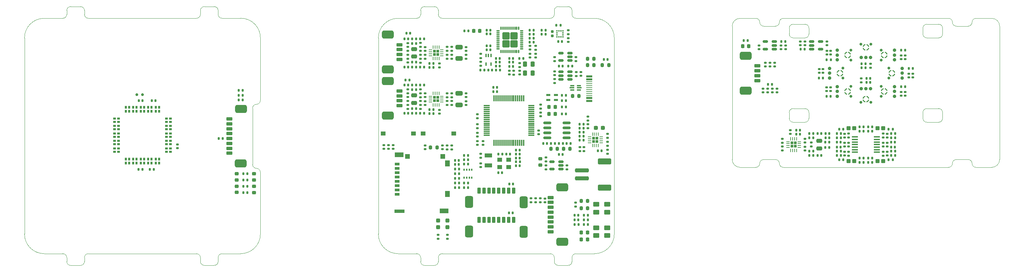
<source format=gtp>
%TF.GenerationSoftware,KiCad,Pcbnew,7.0.2*%
%TF.CreationDate,2023-05-26T09:26:56+02:00*%
%TF.ProjectId,kleinvoet,6b6c6569-6e76-46f6-9574-2e6b69636164,C*%
%TF.SameCoordinates,Original*%
%TF.FileFunction,Paste,Top*%
%TF.FilePolarity,Positive*%
%FSLAX46Y46*%
G04 Gerber Fmt 4.6, Leading zero omitted, Abs format (unit mm)*
G04 Created by KiCad (PCBNEW 7.0.2) date 2023-05-26 09:26:56*
%MOMM*%
%LPD*%
G01*
G04 APERTURE LIST*
G04 Aperture macros list*
%AMRoundRect*
0 Rectangle with rounded corners*
0 $1 Rounding radius*
0 $2 $3 $4 $5 $6 $7 $8 $9 X,Y pos of 4 corners*
0 Add a 4 corners polygon primitive as box body*
4,1,4,$2,$3,$4,$5,$6,$7,$8,$9,$2,$3,0*
0 Add four circle primitives for the rounded corners*
1,1,$1+$1,$2,$3*
1,1,$1+$1,$4,$5*
1,1,$1+$1,$6,$7*
1,1,$1+$1,$8,$9*
0 Add four rect primitives between the rounded corners*
20,1,$1+$1,$2,$3,$4,$5,0*
20,1,$1+$1,$4,$5,$6,$7,0*
20,1,$1+$1,$6,$7,$8,$9,0*
20,1,$1+$1,$8,$9,$2,$3,0*%
G04 Aperture macros list end*
%ADD10C,0.230000*%
%ADD11RoundRect,0.140000X-0.140000X-0.170000X0.140000X-0.170000X0.140000X0.170000X-0.140000X0.170000X0*%
%ADD12RoundRect,0.140000X0.140000X0.170000X-0.140000X0.170000X-0.140000X-0.170000X0.140000X-0.170000X0*%
%ADD13RoundRect,0.135000X0.135000X0.185000X-0.135000X0.185000X-0.135000X-0.185000X0.135000X-0.185000X0*%
%ADD14RoundRect,0.218750X0.218750X0.256250X-0.218750X0.256250X-0.218750X-0.256250X0.218750X-0.256250X0*%
%ADD15RoundRect,0.135000X-0.135000X-0.185000X0.135000X-0.185000X0.135000X0.185000X-0.135000X0.185000X0*%
%ADD16R,1.300000X1.100000*%
%ADD17R,1.250000X1.000000*%
%ADD18RoundRect,0.200000X-0.200000X-0.275000X0.200000X-0.275000X0.200000X0.275000X-0.200000X0.275000X0*%
%ADD19RoundRect,0.140000X0.170000X-0.140000X0.170000X0.140000X-0.170000X0.140000X-0.170000X-0.140000X0*%
%ADD20RoundRect,0.140000X-0.170000X0.140000X-0.170000X-0.140000X0.170000X-0.140000X0.170000X0.140000X0*%
%ADD21R,1.900000X1.100000*%
%ADD22RoundRect,0.135000X-0.185000X0.135000X-0.185000X-0.135000X0.185000X-0.135000X0.185000X0.135000X0*%
%ADD23RoundRect,0.150000X0.512500X0.150000X-0.512500X0.150000X-0.512500X-0.150000X0.512500X-0.150000X0*%
%ADD24RoundRect,0.237500X-0.287500X-0.237500X0.287500X-0.237500X0.287500X0.237500X-0.287500X0.237500X0*%
%ADD25RoundRect,0.250000X1.500000X-0.250000X1.500000X0.250000X-1.500000X0.250000X-1.500000X-0.250000X0*%
%ADD26RoundRect,0.250001X1.449999X-0.499999X1.449999X0.499999X-1.449999X0.499999X-1.449999X-0.499999X0*%
%ADD27R,1.000000X0.375000*%
%ADD28R,1.200000X0.300000*%
%ADD29RoundRect,0.218750X-0.218750X-0.256250X0.218750X-0.256250X0.218750X0.256250X-0.218750X0.256250X0*%
%ADD30RoundRect,0.182500X-0.182500X-0.182500X0.182500X-0.182500X0.182500X0.182500X-0.182500X0.182500X0*%
%ADD31RoundRect,0.062500X-0.350000X-0.062500X0.350000X-0.062500X0.350000X0.062500X-0.350000X0.062500X0*%
%ADD32RoundRect,0.062500X-0.062500X-0.350000X0.062500X-0.350000X0.062500X0.350000X-0.062500X0.350000X0*%
%ADD33RoundRect,0.250000X-0.475000X0.250000X-0.475000X-0.250000X0.475000X-0.250000X0.475000X0.250000X0*%
%ADD34RoundRect,0.250000X0.650000X-0.325000X0.650000X0.325000X-0.650000X0.325000X-0.650000X-0.325000X0*%
%ADD35RoundRect,0.237500X-0.237500X0.287500X-0.237500X-0.287500X0.237500X-0.287500X0.237500X0.287500X0*%
%ADD36RoundRect,0.135000X0.185000X-0.135000X0.185000X0.135000X-0.185000X0.135000X-0.185000X-0.135000X0*%
%ADD37RoundRect,0.275000X0.275000X-0.375000X0.275000X0.375000X-0.275000X0.375000X-0.275000X-0.375000X0*%
%ADD38RoundRect,0.275000X-0.275000X0.375000X-0.275000X-0.375000X0.275000X-0.375000X0.275000X0.375000X0*%
%ADD39RoundRect,0.075000X0.075000X-0.700000X0.075000X0.700000X-0.075000X0.700000X-0.075000X-0.700000X0*%
%ADD40RoundRect,0.075000X0.700000X-0.075000X0.700000X0.075000X-0.700000X0.075000X-0.700000X-0.075000X0*%
%ADD41RoundRect,0.075000X0.075000X-0.325000X0.075000X0.325000X-0.075000X0.325000X-0.075000X-0.325000X0*%
%ADD42RoundRect,0.075000X-0.075000X0.325000X-0.075000X-0.325000X0.075000X-0.325000X0.075000X0.325000X0*%
%ADD43RoundRect,0.075000X0.325000X0.075000X-0.325000X0.075000X-0.325000X-0.075000X0.325000X-0.075000X0*%
%ADD44RoundRect,0.075000X-0.325000X-0.075000X0.325000X-0.075000X0.325000X0.075000X-0.325000X0.075000X0*%
%ADD45RoundRect,0.111600X-0.788400X0.788400X-0.788400X-0.788400X0.788400X-0.788400X0.788400X0.788400X0*%
%ADD46RoundRect,0.111600X-0.788400X-0.788400X0.788400X-0.788400X0.788400X0.788400X-0.788400X0.788400X0*%
%ADD47RoundRect,0.111600X0.788400X0.788400X-0.788400X0.788400X-0.788400X-0.788400X0.788400X-0.788400X0*%
%ADD48RoundRect,0.111600X0.788400X-0.788400X0.788400X0.788400X-0.788400X0.788400X-0.788400X-0.788400X0*%
%ADD49R,1.500000X0.520000*%
%ADD50R,1.500000X0.280000*%
%ADD51R,1.500000X0.523000*%
%ADD52RoundRect,0.218750X-0.256250X0.218750X-0.256250X-0.218750X0.256250X-0.218750X0.256250X0.218750X0*%
%ADD53RoundRect,0.525000X-0.975000X0.525000X-0.975000X-0.525000X0.975000X-0.525000X0.975000X0.525000X0*%
%ADD54RoundRect,0.200000X-0.600000X0.200000X-0.600000X-0.200000X0.600000X-0.200000X0.600000X0.200000X0*%
%ADD55RoundRect,0.200000X0.600000X-0.200000X0.600000X0.200000X-0.600000X0.200000X-0.600000X-0.200000X0*%
%ADD56RoundRect,0.147500X0.172500X-0.147500X0.172500X0.147500X-0.172500X0.147500X-0.172500X-0.147500X0*%
%ADD57R,0.350000X0.500000*%
%ADD58RoundRect,0.250000X0.287500X0.275000X-0.287500X0.275000X-0.287500X-0.275000X0.287500X-0.275000X0*%
%ADD59RoundRect,0.150000X-0.150000X-0.200000X0.150000X-0.200000X0.150000X0.200000X-0.150000X0.200000X0*%
%ADD60RoundRect,0.200000X0.200000X0.275000X-0.200000X0.275000X-0.200000X-0.275000X0.200000X-0.275000X0*%
%ADD61C,0.900000*%
%ADD62C,0.700000*%
%ADD63R,0.580000X0.720000*%
%ADD64R,0.720000X0.580000*%
%ADD65RoundRect,0.075000X-0.100000X0.350000X-0.100000X-0.350000X0.100000X-0.350000X0.100000X0.350000X0*%
%ADD66R,1.000000X0.600000*%
%ADD67RoundRect,0.250000X-0.287500X-0.275000X0.287500X-0.275000X0.287500X0.275000X-0.287500X0.275000X0*%
%ADD68RoundRect,0.147500X-0.172500X0.147500X-0.172500X-0.147500X0.172500X-0.147500X0.172500X0.147500X0*%
%ADD69RoundRect,0.155000X0.155000X-0.212500X0.155000X0.212500X-0.155000X0.212500X-0.155000X-0.212500X0*%
%ADD70RoundRect,0.147500X0.147500X0.172500X-0.147500X0.172500X-0.147500X-0.172500X0.147500X-0.172500X0*%
%ADD71RoundRect,0.147500X-0.147500X-0.172500X0.147500X-0.172500X0.147500X0.172500X-0.147500X0.172500X0*%
%ADD72RoundRect,0.182500X0.182500X0.182500X-0.182500X0.182500X-0.182500X-0.182500X0.182500X-0.182500X0*%
%ADD73RoundRect,0.062500X0.350000X0.062500X-0.350000X0.062500X-0.350000X-0.062500X0.350000X-0.062500X0*%
%ADD74RoundRect,0.062500X0.062500X0.350000X-0.062500X0.350000X-0.062500X-0.350000X0.062500X-0.350000X0*%
%ADD75RoundRect,0.150000X-0.512500X-0.150000X0.512500X-0.150000X0.512500X0.150000X-0.512500X0.150000X0*%
%ADD76RoundRect,0.525000X0.975000X-0.525000X0.975000X0.525000X-0.975000X0.525000X-0.975000X-0.525000X0*%
%ADD77RoundRect,0.300000X0.500000X-0.300000X0.500000X0.300000X-0.500000X0.300000X-0.500000X-0.300000X0*%
%ADD78RoundRect,0.525000X-0.525000X-0.975000X0.525000X-0.975000X0.525000X0.975000X-0.525000X0.975000X0*%
%ADD79RoundRect,0.200000X-0.200000X-0.600000X0.200000X-0.600000X0.200000X0.600000X-0.200000X0.600000X0*%
%ADD80RoundRect,0.200000X0.200000X0.600000X-0.200000X0.600000X-0.200000X-0.600000X0.200000X-0.600000X0*%
%ADD81RoundRect,0.150000X0.825000X0.150000X-0.825000X0.150000X-0.825000X-0.150000X0.825000X-0.150000X0*%
%ADD82RoundRect,0.087500X0.712500X-0.087500X0.712500X0.087500X-0.712500X0.087500X-0.712500X-0.087500X0*%
%ADD83RoundRect,0.182500X0.182500X-0.182500X0.182500X0.182500X-0.182500X0.182500X-0.182500X-0.182500X0*%
%ADD84RoundRect,0.062500X0.062500X-0.350000X0.062500X0.350000X-0.062500X0.350000X-0.062500X-0.350000X0*%
%ADD85RoundRect,0.062500X0.350000X-0.062500X0.350000X0.062500X-0.350000X0.062500X-0.350000X-0.062500X0*%
%ADD86R,0.350000X0.375000*%
%ADD87R,0.375000X0.350000*%
%ADD88R,1.250000X0.800000*%
%ADD89R,1.250000X1.160000*%
%ADD90R,2.500000X0.950000*%
%ADD91R,2.200000X1.150000*%
%ADD92R,1.150000X1.500000*%
%TA.AperFunction,Profile*%
%ADD93C,0.050000*%
%TD*%
G04 APERTURE END LIST*
D10*
%TO.C,MK1404*%
X237314175Y-39644166D02*
G75*
G03*
X237765000Y-40094991I690408J239583D01*
G01*
X238244164Y-40094991D02*
G75*
G03*
X238694989Y-39644166I-239583J690408D01*
G01*
X237765000Y-38714175D02*
G75*
G03*
X237314175Y-39165000I239583J-690408D01*
G01*
X238694989Y-39165002D02*
G75*
G03*
X238244164Y-38714177I-690408J-239583D01*
G01*
%TO.C,MK1402*%
X244844166Y-46685825D02*
G75*
G03*
X245294991Y-46235000I-239583J690408D01*
G01*
X245294991Y-45755836D02*
G75*
G03*
X244844166Y-45305011I-690408J-239583D01*
G01*
X243914175Y-46235000D02*
G75*
G03*
X244365000Y-46685825I690408J239583D01*
G01*
X244365002Y-45305011D02*
G75*
G03*
X243914177Y-45755836I239583J-690408D01*
G01*
%TO.C,MK1401*%
X231155834Y-45314175D02*
G75*
G03*
X230705009Y-45765000I239583J-690408D01*
G01*
X230705009Y-46244164D02*
G75*
G03*
X231155834Y-46694989I690408J239583D01*
G01*
X232085825Y-45765000D02*
G75*
G03*
X231635000Y-45314175I-690408J-239583D01*
G01*
X231634998Y-46694989D02*
G75*
G03*
X232085823Y-46244164I-239583J690408D01*
G01*
%TO.C,MK1403*%
X238685825Y-52355834D02*
G75*
G03*
X238235000Y-51905009I-690408J-239583D01*
G01*
X237755836Y-51905009D02*
G75*
G03*
X237305011Y-52355834I239583J-690408D01*
G01*
X238235000Y-53285825D02*
G75*
G03*
X238685825Y-52835000I-239583J690408D01*
G01*
X237305011Y-52834998D02*
G75*
G03*
X237755836Y-53285823I690408J239583D01*
G01*
%TO.C,MK1405*%
X233105834Y-49964175D02*
G75*
G03*
X232655009Y-50415000I239583J-690408D01*
G01*
X232655009Y-50894164D02*
G75*
G03*
X233105834Y-51344989I690408J239583D01*
G01*
X234035825Y-50415000D02*
G75*
G03*
X233585000Y-49964175I-690408J-239583D01*
G01*
X233584998Y-51344989D02*
G75*
G03*
X234035823Y-50894164I-239583J690408D01*
G01*
%TO.C,MK1407*%
X233105834Y-40664175D02*
G75*
G03*
X232655009Y-41115000I239583J-690408D01*
G01*
X232655009Y-41594164D02*
G75*
G03*
X233105834Y-42044989I690408J239583D01*
G01*
X234035825Y-41115000D02*
G75*
G03*
X233585000Y-40664175I-690408J-239583D01*
G01*
X233584998Y-42044989D02*
G75*
G03*
X234035823Y-41594164I-239583J690408D01*
G01*
%TO.C,MK1406*%
X242894166Y-42035825D02*
G75*
G03*
X243344991Y-41585000I-239583J690408D01*
G01*
X243344991Y-41105836D02*
G75*
G03*
X242894166Y-40655011I-690408J-239583D01*
G01*
X241964175Y-41585000D02*
G75*
G03*
X242415000Y-42035825I690408J239583D01*
G01*
X242415002Y-40655011D02*
G75*
G03*
X241964177Y-41105836I239583J-690408D01*
G01*
%TO.C,MK1408*%
X242894166Y-51335825D02*
G75*
G03*
X243344991Y-50885000I-239583J690408D01*
G01*
X243344991Y-50405836D02*
G75*
G03*
X242894166Y-49955011I-690408J-239583D01*
G01*
X241964175Y-50885000D02*
G75*
G03*
X242415000Y-51335825I690408J239583D01*
G01*
X242415002Y-49955011D02*
G75*
G03*
X241964177Y-50405836I239583J-690408D01*
G01*
%TD*%
D11*
%TO.C,C502*%
X120620000Y-44400000D03*
X121580000Y-44400000D03*
%TD*%
D12*
%TO.C,C501*%
X121580000Y-37200000D03*
X120620000Y-37200000D03*
%TD*%
D11*
%TO.C,C903*%
X169820000Y-65800000D03*
X170780000Y-65800000D03*
%TD*%
D12*
%TO.C,C904*%
X166180000Y-59000000D03*
X165220000Y-59000000D03*
%TD*%
D13*
%TO.C,R905*%
X167317800Y-84600000D03*
X166297800Y-84600000D03*
%TD*%
D14*
%TO.C,D901*%
X167195300Y-86600000D03*
X165620300Y-86600000D03*
%TD*%
%TO.C,D902*%
X167195300Y-88400000D03*
X165620300Y-88400000D03*
%TD*%
D15*
%TO.C,R908*%
X163897800Y-84600000D03*
X164917800Y-84600000D03*
%TD*%
D16*
%TO.C,Y101*%
X144862400Y-69950000D03*
X147162400Y-69950000D03*
X147162400Y-68050000D03*
X144862400Y-68050000D03*
%TD*%
D17*
%TO.C,SW101*%
X122950000Y-61400000D03*
X115200000Y-61400000D03*
%TD*%
D18*
%TO.C,R209*%
X163375000Y-51800000D03*
X165025000Y-51800000D03*
%TD*%
D19*
%TO.C,CB401*%
X149900000Y-46330000D03*
X149900000Y-45370000D03*
%TD*%
D20*
%TO.C,C101*%
X155300000Y-56020000D03*
X155300000Y-56980000D03*
%TD*%
%TO.C,C103*%
X139200000Y-63320000D03*
X139200000Y-64280000D03*
%TD*%
D12*
%TO.C,C104*%
X147480000Y-66600000D03*
X146520000Y-66600000D03*
%TD*%
D19*
%TO.C,C105*%
X140012400Y-69930000D03*
X140012400Y-68970000D03*
%TD*%
D20*
%TO.C,C106*%
X140012400Y-66570000D03*
X140012400Y-67530000D03*
%TD*%
D11*
%TO.C,C403*%
X147320000Y-43200000D03*
X148280000Y-43200000D03*
%TD*%
D19*
%TO.C,CB102*%
X125900000Y-65380000D03*
X125900000Y-64420000D03*
%TD*%
D20*
%TO.C,CB101*%
X155300000Y-54020000D03*
X155300000Y-54980000D03*
%TD*%
D19*
%TO.C,CB103*%
X139212400Y-62130000D03*
X139212400Y-61170000D03*
%TD*%
D20*
%TO.C,CB104*%
X154800000Y-60570000D03*
X154800000Y-61530000D03*
%TD*%
D11*
%TO.C,CB105*%
X143220000Y-50700000D03*
X144180000Y-50700000D03*
%TD*%
D20*
%TO.C,CB106*%
X140600000Y-63320000D03*
X140600000Y-64280000D03*
%TD*%
%TO.C,CB107*%
X130300000Y-64420000D03*
X130300000Y-65380000D03*
%TD*%
D18*
%TO.C,R208*%
X167175000Y-43900000D03*
X168825000Y-43900000D03*
%TD*%
D21*
%TO.C,Y102*%
X142012400Y-69500000D03*
X142012400Y-67000000D03*
%TD*%
D13*
%TO.C,R106*%
X145510000Y-66600000D03*
X144490000Y-66600000D03*
%TD*%
D22*
%TO.C,R101*%
X139212400Y-58990000D03*
X139212400Y-60010000D03*
%TD*%
D17*
%TO.C,SW102*%
X125400000Y-61400000D03*
X133150000Y-61400000D03*
%TD*%
D23*
%TO.C,U903*%
X162737500Y-42750000D03*
X162737500Y-41800000D03*
X162737500Y-40850000D03*
X160462500Y-40850000D03*
X160462500Y-42750000D03*
%TD*%
D24*
%TO.C,F901*%
X169325000Y-59900000D03*
X171075000Y-59900000D03*
%TD*%
D25*
%TO.C,J201*%
X165750000Y-72800000D03*
X165750000Y-70800000D03*
D26*
X171500000Y-75150000D03*
X171500000Y-68450000D03*
%TD*%
D19*
%TO.C,C910*%
X158862500Y-42880000D03*
X158862500Y-41920000D03*
%TD*%
D27*
%TO.C,U201*%
X163325000Y-49162500D03*
D28*
X163250000Y-49700000D03*
D27*
X163325000Y-50237500D03*
X165025000Y-50237500D03*
D28*
X165100000Y-49700000D03*
D27*
X165025000Y-49162500D03*
%TD*%
D29*
%TO.C,D103*%
X157412500Y-54600000D03*
X158987500Y-54600000D03*
%TD*%
D15*
%TO.C,R105*%
X160690000Y-54600000D03*
X161710000Y-54600000D03*
%TD*%
D11*
%TO.C,C102*%
X144532400Y-71400000D03*
X145492400Y-71400000D03*
%TD*%
D30*
%TO.C,U801*%
X128280000Y-52180000D03*
X128280000Y-53020000D03*
X129120000Y-52180000D03*
X129120000Y-53020000D03*
D31*
X127237500Y-51850000D03*
X127237500Y-52350000D03*
X127237500Y-52850000D03*
X127237500Y-53350000D03*
D32*
X127950000Y-54062500D03*
X128450000Y-54062500D03*
X128950000Y-54062500D03*
X129450000Y-54062500D03*
D31*
X130162500Y-53350000D03*
X130162500Y-52850000D03*
X130162500Y-52350000D03*
X130162500Y-51850000D03*
D32*
X129450000Y-51137500D03*
X128950000Y-51137500D03*
X128450000Y-51137500D03*
X127950000Y-51137500D03*
%TD*%
D30*
%TO.C,U701*%
X128280000Y-40380000D03*
X128280000Y-41220000D03*
X129120000Y-40380000D03*
X129120000Y-41220000D03*
D31*
X127237500Y-40050000D03*
X127237500Y-40550000D03*
X127237500Y-41050000D03*
X127237500Y-41550000D03*
D32*
X127950000Y-42262500D03*
X128450000Y-42262500D03*
X128950000Y-42262500D03*
X129450000Y-42262500D03*
D31*
X130162500Y-41550000D03*
X130162500Y-41050000D03*
X130162500Y-40550000D03*
X130162500Y-40050000D03*
D32*
X129450000Y-39337500D03*
X128950000Y-39337500D03*
X128450000Y-39337500D03*
X127950000Y-39337500D03*
%TD*%
D12*
%TO.C,C401*%
X142480000Y-36000000D03*
X141520000Y-36000000D03*
%TD*%
%TO.C,C402*%
X142480000Y-39000000D03*
X141520000Y-39000000D03*
%TD*%
%TO.C,C405*%
X142480000Y-35000000D03*
X141520000Y-35000000D03*
%TD*%
%TO.C,C406*%
X142480000Y-40000000D03*
X141520000Y-40000000D03*
%TD*%
D11*
%TO.C,C407*%
X147320000Y-42200000D03*
X148280000Y-42200000D03*
%TD*%
D12*
%TO.C,C409*%
X144880000Y-43200000D03*
X143920000Y-43200000D03*
%TD*%
%TO.C,C410*%
X144880000Y-42200000D03*
X143920000Y-42200000D03*
%TD*%
D20*
%TO.C,C411*%
X152540000Y-41010000D03*
X152540000Y-41970000D03*
%TD*%
%TO.C,C412*%
X154000000Y-41010000D03*
X154000000Y-41970000D03*
%TD*%
%TO.C,C413*%
X147350000Y-45370000D03*
X147350000Y-46330000D03*
%TD*%
D11*
%TO.C,C414*%
X147320000Y-44300000D03*
X148280000Y-44300000D03*
%TD*%
D12*
%TO.C,C701*%
X123580000Y-44400000D03*
X122620000Y-44400000D03*
%TD*%
%TO.C,C702*%
X123580000Y-37200000D03*
X122620000Y-37200000D03*
%TD*%
D33*
%TO.C,C703*%
X123100000Y-39850000D03*
X123100000Y-41750000D03*
%TD*%
D19*
%TO.C,C706*%
X125900000Y-42280000D03*
X125900000Y-41320000D03*
%TD*%
D20*
%TO.C,C707*%
X125900000Y-39320000D03*
X125900000Y-40280000D03*
%TD*%
D11*
%TO.C,C708*%
X127020000Y-43500000D03*
X127980000Y-43500000D03*
%TD*%
D19*
%TO.C,C709*%
X136300000Y-42280000D03*
X136300000Y-41320000D03*
%TD*%
D34*
%TO.C,C710*%
X134500000Y-42275000D03*
X134500000Y-39325000D03*
%TD*%
D19*
%TO.C,C711*%
X136300000Y-40280000D03*
X136300000Y-39320000D03*
%TD*%
D12*
%TO.C,C801*%
X123580000Y-56200000D03*
X122620000Y-56200000D03*
%TD*%
%TO.C,C802*%
X123580000Y-49000000D03*
X122620000Y-49000000D03*
%TD*%
D33*
%TO.C,C803*%
X123100000Y-51650000D03*
X123100000Y-53550000D03*
%TD*%
D19*
%TO.C,C806*%
X125900000Y-54080000D03*
X125900000Y-53120000D03*
%TD*%
D20*
%TO.C,C807*%
X125900000Y-51120000D03*
X125900000Y-52080000D03*
%TD*%
D11*
%TO.C,C808*%
X127020000Y-55300000D03*
X127980000Y-55300000D03*
%TD*%
D19*
%TO.C,C809*%
X136300000Y-54080000D03*
X136300000Y-53120000D03*
%TD*%
D34*
%TO.C,C810*%
X134500000Y-54075000D03*
X134500000Y-51125000D03*
%TD*%
D19*
%TO.C,C811*%
X136300000Y-52080000D03*
X136300000Y-51120000D03*
%TD*%
D35*
%TO.C,D101*%
X131600000Y-83525000D03*
X131600000Y-85275000D03*
%TD*%
%TO.C,D102*%
X129200000Y-83525000D03*
X129200000Y-85275000D03*
%TD*%
D29*
%TO.C,D104*%
X157412500Y-56400000D03*
X158987500Y-56400000D03*
%TD*%
D36*
%TO.C,R102*%
X131600000Y-88225000D03*
X131600000Y-87205000D03*
%TD*%
%TO.C,R103*%
X129200000Y-88225000D03*
X129200000Y-87205000D03*
%TD*%
D15*
%TO.C,R107*%
X160690000Y-56400000D03*
X161710000Y-56400000D03*
%TD*%
D22*
%TO.C,R404*%
X149900000Y-43390000D03*
X149900000Y-44410000D03*
%TD*%
D15*
%TO.C,R407*%
X155490000Y-36050000D03*
X156510000Y-36050000D03*
%TD*%
%TO.C,R408*%
X155490000Y-35050000D03*
X156510000Y-35050000D03*
%TD*%
D36*
%TO.C,R414*%
X148400000Y-46360000D03*
X148400000Y-45340000D03*
%TD*%
D13*
%TO.C,R701*%
X123610000Y-43200000D03*
X122590000Y-43200000D03*
%TD*%
%TO.C,R702*%
X123610000Y-38400000D03*
X122590000Y-38400000D03*
%TD*%
D22*
%TO.C,R703*%
X124700000Y-42290000D03*
X124700000Y-43310000D03*
%TD*%
D36*
%TO.C,R704*%
X124700000Y-39310000D03*
X124700000Y-38290000D03*
%TD*%
D13*
%TO.C,R705*%
X125610000Y-44400000D03*
X124590000Y-44400000D03*
%TD*%
%TO.C,R706*%
X125610000Y-37200000D03*
X124590000Y-37200000D03*
%TD*%
D22*
%TO.C,R709*%
X132700000Y-41290000D03*
X132700000Y-42310000D03*
%TD*%
D36*
%TO.C,R710*%
X132700000Y-40310000D03*
X132700000Y-39290000D03*
%TD*%
D13*
%TO.C,R801*%
X123610000Y-55000000D03*
X122590000Y-55000000D03*
%TD*%
%TO.C,R802*%
X123610000Y-50200000D03*
X122590000Y-50200000D03*
%TD*%
D22*
%TO.C,R803*%
X124700000Y-54090000D03*
X124700000Y-55110000D03*
%TD*%
D36*
%TO.C,R804*%
X124700000Y-51110000D03*
X124700000Y-50090000D03*
%TD*%
D13*
%TO.C,R805*%
X125610000Y-56200000D03*
X124590000Y-56200000D03*
%TD*%
%TO.C,R806*%
X125610000Y-49000000D03*
X124590000Y-49000000D03*
%TD*%
D22*
%TO.C,R809*%
X132700000Y-53090000D03*
X132700000Y-54110000D03*
%TD*%
D36*
%TO.C,R810*%
X132700000Y-52110000D03*
X132700000Y-51090000D03*
%TD*%
D37*
%TO.C,X401*%
X153200000Y-46000000D03*
X153200000Y-43700000D03*
D38*
X151300000Y-43700000D03*
X151300000Y-46000000D03*
%TD*%
D20*
%TO.C,C408*%
X152550000Y-39020000D03*
X152550000Y-39980000D03*
%TD*%
D39*
%TO.C,U101*%
X143450000Y-63717200D03*
X143950000Y-63717200D03*
X144450000Y-63717200D03*
X144950000Y-63717200D03*
X145450000Y-63717200D03*
X145950000Y-63717200D03*
X146450000Y-63717200D03*
X146950000Y-63717200D03*
X147450000Y-63717200D03*
X147950000Y-63717200D03*
X148450000Y-63717200D03*
X148950000Y-63717200D03*
X149450000Y-63717200D03*
X149950000Y-63717200D03*
X150450000Y-63717200D03*
X150950000Y-63717200D03*
D40*
X152875000Y-61792200D03*
X152875000Y-61292200D03*
X152875000Y-60792200D03*
X152875000Y-60292200D03*
X152875000Y-59792200D03*
X152875000Y-59292200D03*
X152875000Y-58792200D03*
X152875000Y-58292200D03*
X152875000Y-57792200D03*
X152875000Y-57292200D03*
X152875000Y-56792200D03*
X152875000Y-56292200D03*
X152875000Y-55792200D03*
X152875000Y-55292200D03*
X152875000Y-54792200D03*
X152875000Y-54292200D03*
D39*
X150950000Y-52367200D03*
X150450000Y-52367200D03*
X149950000Y-52367200D03*
X149450000Y-52367200D03*
X148950000Y-52367200D03*
X148450000Y-52367200D03*
X147950000Y-52367200D03*
X147450000Y-52367200D03*
X146950000Y-52367200D03*
X146450000Y-52367200D03*
X145950000Y-52367200D03*
X145450000Y-52367200D03*
X144950000Y-52367200D03*
X144450000Y-52367200D03*
X143950000Y-52367200D03*
X143450000Y-52367200D03*
D40*
X141525000Y-54292200D03*
X141525000Y-54792200D03*
X141525000Y-55292200D03*
X141525000Y-55792200D03*
X141525000Y-56292200D03*
X141525000Y-56792200D03*
X141525000Y-57292200D03*
X141525000Y-57792200D03*
X141525000Y-58292200D03*
X141525000Y-58792200D03*
X141525000Y-59292200D03*
X141525000Y-59792200D03*
X141525000Y-60292200D03*
X141525000Y-60792200D03*
X141525000Y-61292200D03*
X141525000Y-61792200D03*
%TD*%
D15*
%TO.C,R205*%
X133490000Y-70400000D03*
X134510000Y-70400000D03*
%TD*%
D41*
%TO.C,U401*%
X145215000Y-40500000D03*
X145715000Y-40500000D03*
X146215000Y-40500000D03*
X146715000Y-40500000D03*
X147215000Y-40500000D03*
D42*
X147715000Y-40500000D03*
X148215000Y-40500000D03*
X148715000Y-40500000D03*
X149215000Y-40500000D03*
X149715000Y-40500000D03*
D43*
X150465000Y-39750000D03*
X150465000Y-39250000D03*
X150465000Y-38750000D03*
X150465000Y-38250000D03*
X150465000Y-37750000D03*
D44*
X150465000Y-37250000D03*
X150465000Y-36750000D03*
X150465000Y-36250000D03*
X150465000Y-35750000D03*
X150465000Y-35250000D03*
D42*
X149715000Y-34500000D03*
X149215000Y-34500000D03*
X148715000Y-34500000D03*
X148215000Y-34500000D03*
X147715000Y-34500000D03*
D41*
X147215000Y-34500000D03*
X146715000Y-34500000D03*
X146215000Y-34500000D03*
X145715000Y-34500000D03*
X145215000Y-34500000D03*
D44*
X144465000Y-35250000D03*
X144465000Y-35750000D03*
X144465000Y-36250000D03*
X144465000Y-36750000D03*
X144465000Y-37250000D03*
D43*
X144465000Y-37750000D03*
X144465000Y-38250000D03*
X144465000Y-38750000D03*
X144465000Y-39250000D03*
X144465000Y-39750000D03*
D45*
X146465000Y-38500000D03*
D46*
X148465000Y-38500000D03*
D47*
X146465000Y-36500000D03*
D48*
X148465000Y-36500000D03*
%TD*%
D49*
%TO.C,J206*%
X167650000Y-53050000D03*
X167650000Y-52300000D03*
D50*
X167650000Y-51700000D03*
X167650000Y-50200000D03*
X167650000Y-49200000D03*
X167650000Y-48200000D03*
D49*
X167650000Y-47600000D03*
D51*
X167650000Y-46850000D03*
D49*
X167650000Y-46850000D03*
X167650000Y-47600000D03*
D50*
X167650000Y-48700000D03*
X167650000Y-49700000D03*
X167650000Y-50700000D03*
X167650000Y-51200000D03*
D49*
X167650000Y-52300000D03*
X167650000Y-53050000D03*
%TD*%
D52*
%TO.C,D304*%
X82400000Y-71625000D03*
X82400000Y-73200000D03*
%TD*%
D12*
%TO.C,C305*%
X54000000Y-52950000D03*
X53040000Y-52950000D03*
%TD*%
D13*
%TO.C,R305*%
X80710000Y-71600000D03*
X79690000Y-71600000D03*
%TD*%
D11*
%TO.C,C303*%
X56370000Y-52950000D03*
X57330000Y-52950000D03*
%TD*%
D52*
%TO.C,D305*%
X78000000Y-71612500D03*
X78000000Y-73187500D03*
%TD*%
D20*
%TO.C,C304*%
X62900000Y-64145000D03*
X62900000Y-65105000D03*
%TD*%
D15*
%TO.C,R304*%
X79690000Y-73200000D03*
X80710000Y-73200000D03*
%TD*%
D53*
%TO.C,J601*%
X116450000Y-47975000D03*
X116400000Y-56825000D03*
D54*
X119400000Y-54275000D03*
D55*
X119400000Y-53025000D03*
X119400000Y-51775000D03*
X119400000Y-50525000D03*
%TD*%
D20*
%TO.C,C804*%
X124700000Y-52120000D03*
X124700000Y-53080000D03*
%TD*%
%TO.C,CB1403*%
X228050000Y-40270000D03*
X228050000Y-41230000D03*
%TD*%
D13*
%TO.C,R1402*%
X136810000Y-67000000D03*
X135790000Y-67000000D03*
%TD*%
%TO.C,R1628*%
X237390000Y-67600000D03*
X236370000Y-67600000D03*
%TD*%
D22*
%TO.C,R1607*%
X216700000Y-62690000D03*
X216700000Y-63710000D03*
%TD*%
D15*
%TO.C,R1605*%
X223590000Y-61400000D03*
X224610000Y-61400000D03*
%TD*%
D22*
%TO.C,R1514*%
X242400000Y-65990000D03*
X242400000Y-67010000D03*
%TD*%
D13*
%TO.C,R409*%
X153510000Y-37050000D03*
X152490000Y-37050000D03*
%TD*%
D19*
%TO.C,CB1404*%
X248900000Y-47080000D03*
X248900000Y-46120000D03*
%TD*%
D18*
%TO.C,R206*%
X127275000Y-64900000D03*
X128925000Y-64900000D03*
%TD*%
D13*
%TO.C,R303*%
X80710000Y-76400000D03*
X79690000Y-76400000D03*
%TD*%
D56*
%TO.C,FB102*%
X154000000Y-78885000D03*
X154000000Y-77915000D03*
%TD*%
D19*
%TO.C,C1505*%
X249900000Y-47080000D03*
X249900000Y-46120000D03*
%TD*%
D12*
%TO.C,CB903*%
X164880000Y-83400000D03*
X163920000Y-83400000D03*
%TD*%
D15*
%TO.C,R201*%
X133490000Y-75200000D03*
X134510000Y-75200000D03*
%TD*%
D11*
%TO.C,CB1607*%
X230620000Y-64800000D03*
X231580000Y-64800000D03*
%TD*%
D20*
%TO.C,C306*%
X156400000Y-77940000D03*
X156400000Y-78900000D03*
%TD*%
D11*
%TO.C,CB907*%
X159920000Y-66700000D03*
X160880000Y-66700000D03*
%TD*%
D57*
%TO.C,U1401*%
X135825000Y-70575000D03*
X136475000Y-70575000D03*
X137125000Y-70575000D03*
X137775000Y-70575000D03*
X137775000Y-72625000D03*
X137125000Y-72625000D03*
X136475000Y-72625000D03*
X135825000Y-72625000D03*
%TD*%
D58*
%TO.C,C1608*%
X242412500Y-68400000D03*
X240987500Y-68400000D03*
%TD*%
D36*
%TO.C,R207*%
X139200000Y-57510000D03*
X139200000Y-56490000D03*
%TD*%
D15*
%TO.C,R204*%
X133490000Y-71600000D03*
X134510000Y-71600000D03*
%TD*%
D12*
%TO.C,C1606*%
X226680000Y-61400000D03*
X225720000Y-61400000D03*
%TD*%
D11*
%TO.C,CB1408*%
X236920000Y-43600000D03*
X237880000Y-43600000D03*
%TD*%
D20*
%TO.C,CB1401*%
X229000000Y-49570000D03*
X229000000Y-50530000D03*
%TD*%
D15*
%TO.C,R1618*%
X244390000Y-67000000D03*
X245410000Y-67000000D03*
%TD*%
D22*
%TO.C,C1602*%
X224100000Y-63690000D03*
X224100000Y-64710000D03*
%TD*%
D12*
%TO.C,CB904*%
X164880000Y-82200000D03*
X163920000Y-82200000D03*
%TD*%
D19*
%TO.C,C909*%
X156600000Y-70480000D03*
X156600000Y-69520000D03*
%TD*%
D11*
%TO.C,C404*%
X141970000Y-45200000D03*
X142930000Y-45200000D03*
%TD*%
D36*
%TO.C,R402*%
X140000000Y-44110000D03*
X140000000Y-43090000D03*
%TD*%
D59*
%TO.C,D301*%
X54000000Y-51450000D03*
X52600000Y-51450000D03*
%TD*%
D19*
%TO.C,C202*%
X115400000Y-65280000D03*
X115400000Y-64320000D03*
%TD*%
%TO.C,C1503*%
X247950000Y-42430000D03*
X247950000Y-41470000D03*
%TD*%
D20*
%TO.C,CB1201*%
X162300000Y-37070000D03*
X162300000Y-38030000D03*
%TD*%
D12*
%TO.C,CB201*%
X134480000Y-68200000D03*
X133520000Y-68200000D03*
%TD*%
D60*
%TO.C,R916*%
X159525000Y-65300000D03*
X157875000Y-65300000D03*
%TD*%
D36*
%TO.C,R912*%
X172300000Y-62510000D03*
X172300000Y-61490000D03*
%TD*%
D13*
%TO.C,R906*%
X166210000Y-63100000D03*
X165190000Y-63100000D03*
%TD*%
D22*
%TO.C,R1609*%
X239200000Y-43590000D03*
X239200000Y-44610000D03*
%TD*%
D15*
%TO.C,R202*%
X133490000Y-74000000D03*
X134510000Y-74000000D03*
%TD*%
D12*
%TO.C,CB1202*%
X160680000Y-37950000D03*
X159720000Y-37950000D03*
%TD*%
D11*
%TO.C,C415*%
X143920000Y-44200000D03*
X144880000Y-44200000D03*
%TD*%
D15*
%TO.C,R1635*%
X231190000Y-60300000D03*
X232210000Y-60300000D03*
%TD*%
D19*
%TO.C,CB1406*%
X246950000Y-51730000D03*
X246950000Y-50770000D03*
%TD*%
D61*
%TO.C,MK1404*%
X239200000Y-42020000D03*
D62*
X239270000Y-38610000D03*
X236730000Y-38610000D03*
D61*
X236800000Y-42020000D03*
X238000000Y-42020000D03*
%TD*%
D15*
%TO.C,R921*%
X162290000Y-44200000D03*
X163310000Y-44200000D03*
%TD*%
D56*
%TO.C,FB101*%
X152800000Y-78885000D03*
X152800000Y-77915000D03*
%TD*%
D63*
%TO.C,U301*%
X58225000Y-54665000D03*
X57375000Y-54665000D03*
X56325000Y-54665000D03*
X55475000Y-54665000D03*
X54425000Y-54665000D03*
X53575000Y-54665000D03*
X52525000Y-54665000D03*
X51675000Y-54665000D03*
X50625000Y-54665000D03*
X49775000Y-54665000D03*
X58225000Y-55665000D03*
X57375000Y-55665000D03*
X56325000Y-55665000D03*
X55475000Y-55665000D03*
X54425000Y-55665000D03*
X53575000Y-55665000D03*
X52525000Y-55665000D03*
X51675000Y-55665000D03*
X50625000Y-55665000D03*
X49775000Y-55665000D03*
D64*
X61100000Y-57540000D03*
X60100000Y-57540000D03*
X47900000Y-57540000D03*
X46900000Y-57540000D03*
X61100000Y-58390000D03*
X60100000Y-58390000D03*
X47900000Y-58390000D03*
X46900000Y-58390000D03*
X61100000Y-59440000D03*
X60100000Y-59440000D03*
X47900000Y-59440000D03*
X46900000Y-59440000D03*
X61100000Y-60290000D03*
X60100000Y-60290000D03*
X47900000Y-60290000D03*
X46900000Y-60290000D03*
X61100000Y-61340000D03*
X60100000Y-61340000D03*
X47900000Y-61340000D03*
X46900000Y-61340000D03*
X61100000Y-62190000D03*
X60100000Y-62190000D03*
X47900000Y-62190000D03*
X46900000Y-62190000D03*
X61100000Y-63240000D03*
X60100000Y-63240000D03*
X47900000Y-63240000D03*
X46900000Y-63240000D03*
X61100000Y-64090000D03*
X60100000Y-64090000D03*
X47900000Y-64090000D03*
X46900000Y-64090000D03*
X61100000Y-65140000D03*
X60100000Y-65140000D03*
X47900000Y-65140000D03*
X46900000Y-65140000D03*
X61100000Y-65990000D03*
X60100000Y-65990000D03*
X47900000Y-65990000D03*
X46900000Y-65990000D03*
D63*
X58225000Y-67865000D03*
X57375000Y-67865000D03*
X56325000Y-67865000D03*
X55475000Y-67865000D03*
X54425000Y-67865000D03*
X53575000Y-67865000D03*
X52525000Y-67865000D03*
X51675000Y-67865000D03*
X50625000Y-67865000D03*
X49775000Y-67865000D03*
X58225000Y-68865000D03*
X57375000Y-68865000D03*
X56325000Y-68865000D03*
X55475000Y-68865000D03*
X54425000Y-68865000D03*
X53575000Y-68865000D03*
X52525000Y-68865000D03*
X51675000Y-68865000D03*
X50625000Y-68865000D03*
X49775000Y-68865000D03*
%TD*%
D65*
%TO.C,U402*%
X142650000Y-41500000D03*
X142000000Y-41500000D03*
X141350000Y-41500000D03*
X141350000Y-43700000D03*
X142650000Y-43700000D03*
%TD*%
D20*
%TO.C,CB1405*%
X227100000Y-44920000D03*
X227100000Y-45880000D03*
%TD*%
D66*
%TO.C,D105*%
X157200000Y-51550000D03*
X157200000Y-52850000D03*
X159200000Y-52850000D03*
X159200000Y-51550000D03*
%TD*%
D15*
%TO.C,R1622*%
X238590000Y-60800000D03*
X239610000Y-60800000D03*
%TD*%
D20*
%TO.C,C704*%
X124700000Y-40320000D03*
X124700000Y-41280000D03*
%TD*%
D11*
%TO.C,CB1409*%
X135820000Y-73975000D03*
X136780000Y-73975000D03*
%TD*%
D19*
%TO.C,CB1602*%
X218780000Y-61480000D03*
X218780000Y-60520000D03*
%TD*%
D11*
%TO.C,CB1301*%
X155920000Y-63900000D03*
X156880000Y-63900000D03*
%TD*%
D13*
%TO.C,R1612*%
X227110000Y-47200000D03*
X226090000Y-47200000D03*
%TD*%
D67*
%TO.C,C1613*%
X233587500Y-68400000D03*
X235012500Y-68400000D03*
%TD*%
D20*
%TO.C,C1006*%
X221300000Y-37920000D03*
X221300000Y-38880000D03*
%TD*%
%TO.C,C1501*%
X226100000Y-44920000D03*
X226100000Y-45880000D03*
%TD*%
D68*
%TO.C,FB201*%
X116600000Y-64315000D03*
X116600000Y-65285000D03*
%TD*%
D11*
%TO.C,CB1606*%
X238600000Y-68700000D03*
X239560000Y-68700000D03*
%TD*%
D69*
%TO.C,C1201*%
X158200000Y-36517500D03*
X158200000Y-35382500D03*
%TD*%
D20*
%TO.C,C1610*%
X243400000Y-61420000D03*
X243400000Y-62380000D03*
%TD*%
D61*
%TO.C,MK1402*%
X247220000Y-44800000D03*
D62*
X243810000Y-44730000D03*
X243810000Y-47270000D03*
D61*
X247220000Y-47200000D03*
X247220000Y-46000000D03*
%TD*%
D11*
%TO.C,C301*%
X78520000Y-52800000D03*
X79480000Y-52800000D03*
%TD*%
D52*
%TO.C,D904*%
X155200000Y-67812500D03*
X155200000Y-69387500D03*
%TD*%
D12*
%TO.C,CB1407*%
X239080000Y-48300000D03*
X238120000Y-48300000D03*
%TD*%
D18*
%TO.C,R913*%
X165582800Y-78600000D03*
X167232800Y-78600000D03*
%TD*%
D15*
%TO.C,R1403*%
X135790000Y-75200000D03*
X136810000Y-75200000D03*
%TD*%
%TO.C,R405*%
X149840000Y-42200000D03*
X150860000Y-42200000D03*
%TD*%
D61*
%TO.C,MK1401*%
X228780000Y-47200000D03*
D62*
X232190000Y-47270000D03*
X232190000Y-44730000D03*
D61*
X228780000Y-44800000D03*
X228780000Y-46000000D03*
%TD*%
D56*
%TO.C,FB501*%
X121500000Y-39285000D03*
X121500000Y-38315000D03*
%TD*%
D18*
%TO.C,R914*%
X165582800Y-80414000D03*
X167232800Y-80414000D03*
%TD*%
D12*
%TO.C,C302*%
X79480000Y-50400000D03*
X78520000Y-50400000D03*
%TD*%
D19*
%TO.C,C1604*%
X222500000Y-65680000D03*
X222500000Y-64720000D03*
%TD*%
D12*
%TO.C,C901*%
X149980000Y-69600000D03*
X149020000Y-69600000D03*
%TD*%
%TO.C,C1605*%
X221260000Y-60500000D03*
X220300000Y-60500000D03*
%TD*%
D70*
%TO.C,FB302*%
X56885000Y-70500000D03*
X55915000Y-70500000D03*
%TD*%
D13*
%TO.C,R411*%
X153510000Y-38050000D03*
X152490000Y-38050000D03*
%TD*%
D22*
%TO.C,R917*%
X172300000Y-63490000D03*
X172300000Y-64510000D03*
%TD*%
D13*
%TO.C,R1613*%
X229010000Y-51850000D03*
X227990000Y-51850000D03*
%TD*%
D71*
%TO.C,FB901*%
X149015000Y-68600000D03*
X149985000Y-68600000D03*
%TD*%
D68*
%TO.C,FB502*%
X121500000Y-42315000D03*
X121500000Y-43285000D03*
%TD*%
D15*
%TO.C,R412*%
X152490000Y-36050000D03*
X153510000Y-36050000D03*
%TD*%
D36*
%TO.C,R1610*%
X236800000Y-48310000D03*
X236800000Y-47290000D03*
%TD*%
D11*
%TO.C,C602*%
X120620000Y-56200000D03*
X121580000Y-56200000D03*
%TD*%
D61*
%TO.C,MK1403*%
X236800000Y-49980000D03*
D62*
X236730000Y-53390000D03*
X239270000Y-53390000D03*
D61*
X239200000Y-49980000D03*
X238000000Y-49980000D03*
%TD*%
D11*
%TO.C,CB1605*%
X238620000Y-59700000D03*
X239580000Y-59700000D03*
%TD*%
D36*
%TO.C,R401*%
X140000000Y-42110000D03*
X140000000Y-41090000D03*
%TD*%
D19*
%TO.C,C905*%
X164262500Y-42880000D03*
X164262500Y-41920000D03*
%TD*%
D20*
%TO.C,C1603*%
X222500000Y-62720000D03*
X222500000Y-63680000D03*
%TD*%
D13*
%TO.C,R1626*%
X231610000Y-65900000D03*
X230590000Y-65900000D03*
%TD*%
D36*
%TO.C,R108*%
X132700000Y-65410000D03*
X132700000Y-64390000D03*
%TD*%
D19*
%TO.C,C1507*%
X247950000Y-51730000D03*
X247950000Y-50770000D03*
%TD*%
D20*
%TO.C,C1005*%
X214800000Y-43320000D03*
X214800000Y-44280000D03*
%TD*%
D14*
%TO.C,D1001*%
X208205000Y-39120000D03*
X206630000Y-39120000D03*
%TD*%
D72*
%TO.C,U1701*%
X220020000Y-64620000D03*
X220020000Y-63780000D03*
X219180000Y-64620000D03*
X219180000Y-63780000D03*
D73*
X221062500Y-64950000D03*
X221062500Y-64450000D03*
X221062500Y-63950000D03*
X221062500Y-63450000D03*
D74*
X220350000Y-62737500D03*
X219850000Y-62737500D03*
X219350000Y-62737500D03*
X218850000Y-62737500D03*
D73*
X218137500Y-63450000D03*
X218137500Y-63950000D03*
X218137500Y-64450000D03*
X218137500Y-64950000D03*
D74*
X218850000Y-65662500D03*
X219350000Y-65662500D03*
X219850000Y-65662500D03*
X220350000Y-65662500D03*
%TD*%
D20*
%TO.C,CB1001*%
X222500000Y-37920000D03*
X222500000Y-38880000D03*
%TD*%
D58*
%TO.C,C1614*%
X242412500Y-60000000D03*
X240987500Y-60000000D03*
%TD*%
D20*
%TO.C,C911*%
X165500000Y-45720000D03*
X165500000Y-46680000D03*
%TD*%
D36*
%TO.C,R707*%
X131500000Y-42310000D03*
X131500000Y-41290000D03*
%TD*%
D33*
%TO.C,C1601*%
X226100000Y-63250000D03*
X226100000Y-65150000D03*
%TD*%
D36*
%TO.C,R807*%
X131500000Y-54110000D03*
X131500000Y-53090000D03*
%TD*%
D15*
%TO.C,R1619*%
X244390000Y-62500000D03*
X245410000Y-62500000D03*
%TD*%
D68*
%TO.C,FB304*%
X155200000Y-77915000D03*
X155200000Y-78885000D03*
%TD*%
D15*
%TO.C,R104*%
X160690000Y-53000000D03*
X161710000Y-53000000D03*
%TD*%
D67*
%TO.C,C1609*%
X233587500Y-60000000D03*
X235012500Y-60000000D03*
%TD*%
D15*
%TO.C,R1602*%
X227690000Y-64900000D03*
X228710000Y-64900000D03*
%TD*%
D36*
%TO.C,R903*%
X167300000Y-58110000D03*
X167300000Y-57090000D03*
%TD*%
D20*
%TO.C,C1102*%
X211800000Y-49920000D03*
X211800000Y-50880000D03*
%TD*%
D13*
%TO.C,R1401*%
X136810000Y-68100000D03*
X135790000Y-68100000D03*
%TD*%
D12*
%TO.C,CB902*%
X149980000Y-65600000D03*
X149020000Y-65600000D03*
%TD*%
D15*
%TO.C,R410*%
X152490000Y-35050000D03*
X153510000Y-35050000D03*
%TD*%
D22*
%TO.C,R1629*%
X233600000Y-65990000D03*
X233600000Y-67010000D03*
%TD*%
D13*
%TO.C,R1631*%
X231610000Y-62500000D03*
X230590000Y-62500000D03*
%TD*%
D75*
%TO.C,U1001*%
X224162500Y-37950000D03*
X224162500Y-38900000D03*
X224162500Y-39850000D03*
X226437500Y-39850000D03*
X226437500Y-37950000D03*
%TD*%
D61*
%TO.C,MK1405*%
X230730000Y-51850000D03*
D62*
X234140000Y-51920000D03*
X234140000Y-49380000D03*
D61*
X230730000Y-49450000D03*
X230730000Y-50650000D03*
%TD*%
D19*
%TO.C,C1101*%
X215400000Y-50880000D03*
X215400000Y-49920000D03*
%TD*%
D15*
%TO.C,R1606*%
X223590000Y-67000000D03*
X224610000Y-67000000D03*
%TD*%
D22*
%TO.C,R501*%
X121500000Y-40290000D03*
X121500000Y-41310000D03*
%TD*%
D71*
%TO.C,FB301*%
X78515000Y-51600000D03*
X79485000Y-51600000D03*
%TD*%
D22*
%TO.C,R808*%
X131500000Y-51090000D03*
X131500000Y-52110000D03*
%TD*%
D19*
%TO.C,C1504*%
X243400000Y-64680000D03*
X243400000Y-63720000D03*
%TD*%
D23*
%TO.C,U1002*%
X214737500Y-39850000D03*
X214737500Y-38900000D03*
X214737500Y-37950000D03*
X212462500Y-37950000D03*
X212462500Y-39850000D03*
%TD*%
D15*
%TO.C,R1611*%
X248890000Y-44800000D03*
X249910000Y-44800000D03*
%TD*%
D13*
%TO.C,R1201*%
X160310000Y-33800000D03*
X159290000Y-33800000D03*
%TD*%
D12*
%TO.C,C712*%
X127980000Y-44500000D03*
X127020000Y-44500000D03*
%TD*%
D71*
%TO.C,FB903*%
X165215000Y-60000000D03*
X166185000Y-60000000D03*
%TD*%
D19*
%TO.C,CB1502*%
X242400000Y-64680000D03*
X242400000Y-63720000D03*
%TD*%
D18*
%TO.C,R210*%
X167175000Y-42300000D03*
X168825000Y-42300000D03*
%TD*%
D13*
%TO.C,R910*%
X167310000Y-83400000D03*
X166290000Y-83400000D03*
%TD*%
D15*
%TO.C,R918*%
X135890000Y-35200000D03*
X136910000Y-35200000D03*
%TD*%
D12*
%TO.C,C1009*%
X228680000Y-61400000D03*
X227720000Y-61400000D03*
%TD*%
D19*
%TO.C,C1502*%
X243400000Y-66980000D03*
X243400000Y-66020000D03*
%TD*%
D12*
%TO.C,C206*%
X148180000Y-81600000D03*
X147220000Y-81600000D03*
%TD*%
%TO.C,C912*%
X160880000Y-44200000D03*
X159920000Y-44200000D03*
%TD*%
D22*
%TO.C,R708*%
X131500000Y-39290000D03*
X131500000Y-40310000D03*
%TD*%
D20*
%TO.C,C1506*%
X229050000Y-40270000D03*
X229050000Y-41230000D03*
%TD*%
D12*
%TO.C,C902*%
X149980000Y-67600000D03*
X149020000Y-67600000D03*
%TD*%
D71*
%TO.C,FB305*%
X73415000Y-62650000D03*
X74385000Y-62650000D03*
%TD*%
D13*
%TO.C,R1623*%
X244810000Y-68100000D03*
X243790000Y-68100000D03*
%TD*%
%TO.C,R1633*%
X237410000Y-60800000D03*
X236390000Y-60800000D03*
%TD*%
D11*
%TO.C,C1401*%
X236920000Y-44600000D03*
X237880000Y-44600000D03*
%TD*%
D75*
%TO.C,U904*%
X160462500Y-45650000D03*
X160462500Y-46600000D03*
X160462500Y-47550000D03*
X162737500Y-47550000D03*
X162737500Y-46600000D03*
X162737500Y-45650000D03*
%TD*%
D76*
%TO.C,J302*%
X79025000Y-68950000D03*
X79075000Y-55100000D03*
D55*
X76075000Y-57650000D03*
X76075000Y-58900000D03*
X76075000Y-60150000D03*
D54*
X76075000Y-61400000D03*
X76075000Y-62650000D03*
X76075000Y-63900000D03*
D55*
X76075000Y-65150000D03*
D54*
X76075000Y-66400000D03*
%TD*%
D36*
%TO.C,R902*%
X167300000Y-60055200D03*
X167300000Y-59035200D03*
%TD*%
D15*
%TO.C,R1601*%
X227690000Y-63600000D03*
X228710000Y-63600000D03*
%TD*%
D19*
%TO.C,CB1402*%
X246950000Y-42430000D03*
X246950000Y-41470000D03*
%TD*%
D12*
%TO.C,CB1610*%
X245360000Y-64800000D03*
X244400000Y-64800000D03*
%TD*%
D52*
%TO.C,D302*%
X78000000Y-74812500D03*
X78000000Y-76387500D03*
%TD*%
D15*
%TO.C,R1303*%
X159890000Y-63900000D03*
X160910000Y-63900000D03*
%TD*%
D52*
%TO.C,D303*%
X82400000Y-74825000D03*
X82400000Y-76400000D03*
%TD*%
D13*
%TO.C,R1002*%
X207910000Y-37700000D03*
X206890000Y-37700000D03*
%TD*%
D77*
%TO.C,SW901*%
X172200000Y-87400000D03*
X172200000Y-85400000D03*
X172200000Y-81400000D03*
X172200000Y-79400000D03*
X169400000Y-87400000D03*
X169400000Y-85400000D03*
X169400000Y-81400000D03*
X169400000Y-79400000D03*
%TD*%
D18*
%TO.C,R211*%
X170975000Y-43900000D03*
X172625000Y-43900000D03*
%TD*%
D22*
%TO.C,R907*%
X172300000Y-65490000D03*
X172300000Y-66510000D03*
%TD*%
D68*
%TO.C,FB1102*%
X213000000Y-49915000D03*
X213000000Y-50885000D03*
%TD*%
D20*
%TO.C,C805*%
X129500000Y-55320000D03*
X129500000Y-56280000D03*
%TD*%
D19*
%TO.C,C1007*%
X217600000Y-39880000D03*
X217600000Y-38920000D03*
%TD*%
D71*
%TO.C,FB303*%
X53030000Y-70500000D03*
X54000000Y-70500000D03*
%TD*%
D11*
%TO.C,CB108*%
X160720000Y-51600000D03*
X161680000Y-51600000D03*
%TD*%
D15*
%TO.C,R1301*%
X161890000Y-63900000D03*
X162910000Y-63900000D03*
%TD*%
D12*
%TO.C,CB1410*%
X136780000Y-69200000D03*
X135820000Y-69200000D03*
%TD*%
D19*
%TO.C,C1003*%
X212400000Y-44280000D03*
X212400000Y-43320000D03*
%TD*%
%TO.C,C1202*%
X162300000Y-36030000D03*
X162300000Y-35070000D03*
%TD*%
D11*
%TO.C,CB1608*%
X230620000Y-63600000D03*
X231580000Y-63600000D03*
%TD*%
D13*
%TO.C,R904*%
X166210000Y-62041800D03*
X165190000Y-62041800D03*
%TD*%
D15*
%TO.C,R1617*%
X244390000Y-65900000D03*
X245410000Y-65900000D03*
%TD*%
D11*
%TO.C,C107*%
X143240000Y-49600000D03*
X144200000Y-49600000D03*
%TD*%
D12*
%TO.C,C601*%
X121580000Y-49000000D03*
X120620000Y-49000000D03*
%TD*%
D13*
%TO.C,R1627*%
X231610000Y-67000000D03*
X230590000Y-67000000D03*
%TD*%
D36*
%TO.C,R1624*%
X242400000Y-62410000D03*
X242400000Y-61390000D03*
%TD*%
D78*
%TO.C,J205*%
X137075000Y-86350000D03*
X150925000Y-86400000D03*
D79*
X148375000Y-83400000D03*
X147125000Y-83400000D03*
X145875000Y-83400000D03*
D80*
X144625000Y-83400000D03*
X143375000Y-83400000D03*
X142125000Y-83400000D03*
D79*
X140875000Y-83400000D03*
D80*
X139625000Y-83400000D03*
%TD*%
D19*
%TO.C,CB906*%
X164200000Y-79980000D03*
X164200000Y-79020000D03*
%TD*%
D13*
%TO.C,R1003*%
X217510000Y-37900000D03*
X216490000Y-37900000D03*
%TD*%
D11*
%TO.C,C416*%
X120920000Y-47700000D03*
X121880000Y-47700000D03*
%TD*%
D61*
%TO.C,MK1407*%
X230730000Y-42550000D03*
D62*
X234140000Y-42620000D03*
X234140000Y-40080000D03*
D61*
X230730000Y-40150000D03*
X230730000Y-41350000D03*
%TD*%
D20*
%TO.C,C1001*%
X228100000Y-37920000D03*
X228100000Y-38880000D03*
%TD*%
D15*
%TO.C,R1603*%
X223590000Y-62500000D03*
X224610000Y-62500000D03*
%TD*%
D19*
%TO.C,C1008*%
X232600000Y-64680000D03*
X232600000Y-63720000D03*
%TD*%
D22*
%TO.C,R919*%
X156600000Y-67490000D03*
X156600000Y-68510000D03*
%TD*%
D12*
%TO.C,C205*%
X148280000Y-74200000D03*
X147320000Y-74200000D03*
%TD*%
D81*
%TO.C,U1301*%
X161875000Y-62455000D03*
X161875000Y-61185000D03*
X161875000Y-59915000D03*
X161875000Y-58645000D03*
X156925000Y-58645000D03*
X156925000Y-59915000D03*
X156925000Y-61185000D03*
X156925000Y-62455000D03*
%TD*%
D19*
%TO.C,CB1002*%
X216400000Y-39880000D03*
X216400000Y-38920000D03*
%TD*%
%TO.C,C1004*%
X233600000Y-64680000D03*
X233600000Y-63720000D03*
%TD*%
D20*
%TO.C,C201*%
X117800000Y-64320000D03*
X117800000Y-65280000D03*
%TD*%
%TO.C,C1612*%
X232600000Y-61420000D03*
X232600000Y-62380000D03*
%TD*%
D13*
%TO.C,R302*%
X80710000Y-74800000D03*
X79690000Y-74800000D03*
%TD*%
D61*
%TO.C,MK1406*%
X245270000Y-40150000D03*
D62*
X241860000Y-40080000D03*
X241860000Y-42620000D03*
D61*
X245270000Y-42550000D03*
X245270000Y-41350000D03*
%TD*%
D22*
%TO.C,R909*%
X166300000Y-64800000D03*
X166300000Y-65820000D03*
%TD*%
D53*
%TO.C,J1101*%
X207450000Y-41575000D03*
X207400000Y-50425000D03*
D54*
X210400000Y-47875000D03*
D55*
X210400000Y-46625000D03*
X210400000Y-45375000D03*
X210400000Y-44125000D03*
%TD*%
D12*
%TO.C,C1508*%
X239080000Y-47300000D03*
X238120000Y-47300000D03*
%TD*%
D11*
%TO.C,C417*%
X121120000Y-35800000D03*
X122080000Y-35800000D03*
%TD*%
D12*
%TO.C,C1607*%
X226680000Y-67000000D03*
X225720000Y-67000000D03*
%TD*%
D15*
%TO.C,R1614*%
X246940000Y-40150000D03*
X247960000Y-40150000D03*
%TD*%
D56*
%TO.C,FB1001*%
X213600000Y-44285000D03*
X213600000Y-43315000D03*
%TD*%
D78*
%TO.C,J207*%
X137075000Y-78850000D03*
X150925000Y-78900000D03*
D79*
X148375000Y-75900000D03*
X147125000Y-75900000D03*
X145875000Y-75900000D03*
D80*
X144625000Y-75900000D03*
X143375000Y-75900000D03*
X142125000Y-75900000D03*
D79*
X140875000Y-75900000D03*
D80*
X139625000Y-75900000D03*
%TD*%
D12*
%TO.C,C812*%
X127980000Y-56300000D03*
X127020000Y-56300000D03*
%TD*%
D13*
%TO.C,R1101*%
X214110000Y-48800000D03*
X213090000Y-48800000D03*
%TD*%
D53*
%TO.C,J501*%
X116450000Y-36175000D03*
X116400000Y-45025000D03*
D54*
X119400000Y-42475000D03*
D55*
X119400000Y-41225000D03*
X119400000Y-39975000D03*
X119400000Y-38725000D03*
%TD*%
D36*
%TO.C,R1634*%
X233600000Y-62410000D03*
X233600000Y-61390000D03*
%TD*%
D82*
%TO.C,U1601*%
X240800000Y-66150000D03*
X240800000Y-65500000D03*
X240800000Y-64850000D03*
X240800000Y-64200000D03*
X240800000Y-63550000D03*
X240800000Y-62900000D03*
X240800000Y-62250000D03*
X235200000Y-62250000D03*
X235200000Y-62900000D03*
X235200000Y-63550000D03*
X235200000Y-64200000D03*
X235200000Y-64850000D03*
X235200000Y-65500000D03*
X235200000Y-66150000D03*
%TD*%
D13*
%TO.C,R1632*%
X231610000Y-61400000D03*
X230590000Y-61400000D03*
%TD*%
%TO.C,R406*%
X140960000Y-45200000D03*
X139940000Y-45200000D03*
%TD*%
D15*
%TO.C,R1621*%
X238570000Y-67600000D03*
X239590000Y-67600000D03*
%TD*%
D20*
%TO.C,C705*%
X129500000Y-43520000D03*
X129500000Y-44480000D03*
%TD*%
D12*
%TO.C,C203*%
X172280000Y-42500000D03*
X171320000Y-42500000D03*
%TD*%
D29*
%TO.C,D903*%
X138212500Y-35200000D03*
X139787500Y-35200000D03*
%TD*%
D15*
%TO.C,R1604*%
X223590000Y-65900000D03*
X224610000Y-65900000D03*
%TD*%
D19*
%TO.C,C1002*%
X210800000Y-39880000D03*
X210800000Y-38920000D03*
%TD*%
D61*
%TO.C,MK1408*%
X245270000Y-49450000D03*
D62*
X241860000Y-49380000D03*
X241860000Y-51920000D03*
D61*
X245270000Y-51850000D03*
X245270000Y-50650000D03*
%TD*%
D19*
%TO.C,C906*%
X162000000Y-70480000D03*
X162000000Y-69520000D03*
%TD*%
D22*
%TO.C,R901*%
X165300000Y-64800000D03*
X165300000Y-65820000D03*
%TD*%
D13*
%TO.C,R413*%
X144910000Y-45200000D03*
X143890000Y-45200000D03*
%TD*%
D15*
%TO.C,R911*%
X166290000Y-82200000D03*
X167310000Y-82200000D03*
%TD*%
D36*
%TO.C,R922*%
X164300000Y-46710000D03*
X164300000Y-45690000D03*
%TD*%
D19*
%TO.C,C1611*%
X232600000Y-66980000D03*
X232600000Y-66020000D03*
%TD*%
D76*
%TO.C,J301*%
X160750000Y-88975000D03*
X160800000Y-75125000D03*
D55*
X157800000Y-77675000D03*
X157800000Y-78925000D03*
X157800000Y-80175000D03*
D54*
X157800000Y-81425000D03*
X157800000Y-82675000D03*
X157800000Y-83925000D03*
D55*
X157800000Y-85175000D03*
D54*
X157800000Y-86425000D03*
%TD*%
D20*
%TO.C,C1402*%
X228000000Y-49570000D03*
X228000000Y-50530000D03*
%TD*%
D15*
%TO.C,R1302*%
X157890000Y-63900000D03*
X158910000Y-63900000D03*
%TD*%
D83*
%TO.C,U901*%
X168774500Y-63411200D03*
X169614500Y-63411200D03*
X168774500Y-62571200D03*
X169614500Y-62571200D03*
D84*
X168444500Y-64453700D03*
X168944500Y-64453700D03*
X169444500Y-64453700D03*
X169944500Y-64453700D03*
D85*
X170657000Y-63741200D03*
X170657000Y-63241200D03*
X170657000Y-62741200D03*
X170657000Y-62241200D03*
D84*
X169944500Y-61528700D03*
X169444500Y-61528700D03*
X168944500Y-61528700D03*
X168444500Y-61528700D03*
D85*
X167732000Y-62241200D03*
X167732000Y-62741200D03*
X167732000Y-63241200D03*
X167732000Y-63741200D03*
%TD*%
D22*
%TO.C,R920*%
X158800000Y-47490000D03*
X158800000Y-48510000D03*
%TD*%
D15*
%TO.C,R1620*%
X244390000Y-61400000D03*
X245410000Y-61400000D03*
%TD*%
%TO.C,R1630*%
X231190000Y-68100000D03*
X232210000Y-68100000D03*
%TD*%
D12*
%TO.C,CB1603*%
X237360000Y-68700000D03*
X236400000Y-68700000D03*
%TD*%
%TO.C,C908*%
X166180000Y-61000000D03*
X165220000Y-61000000D03*
%TD*%
D20*
%TO.C,C907*%
X158800000Y-45520000D03*
X158800000Y-46480000D03*
%TD*%
D12*
%TO.C,C204*%
X134460000Y-69270000D03*
X133500000Y-69270000D03*
%TD*%
%TO.C,CB1609*%
X245380000Y-63600000D03*
X244420000Y-63600000D03*
%TD*%
D60*
%TO.C,R915*%
X162725000Y-65300000D03*
X161075000Y-65300000D03*
%TD*%
D68*
%TO.C,FB602*%
X121500000Y-54115000D03*
X121500000Y-55085000D03*
%TD*%
D11*
%TO.C,CB1601*%
X220300000Y-61500000D03*
X221260000Y-61500000D03*
%TD*%
D13*
%TO.C,R1625*%
X244810000Y-60300000D03*
X243790000Y-60300000D03*
%TD*%
D36*
%TO.C,R403*%
X154000000Y-40010000D03*
X154000000Y-38990000D03*
%TD*%
D22*
%TO.C,R601*%
X121500000Y-52090000D03*
X121500000Y-53110000D03*
%TD*%
D12*
%TO.C,CB1604*%
X237380000Y-59700000D03*
X236420000Y-59700000D03*
%TD*%
D15*
%TO.C,R203*%
X133490000Y-72800000D03*
X134510000Y-72800000D03*
%TD*%
D86*
%TO.C,U1201*%
X160950000Y-35187500D03*
X160450000Y-35187500D03*
X159950000Y-35187500D03*
X159450000Y-35187500D03*
D87*
X159437500Y-35700000D03*
X159437500Y-36200000D03*
D86*
X159450000Y-36712500D03*
X159950000Y-36712500D03*
X160450000Y-36712500D03*
X160950000Y-36712500D03*
D87*
X160962500Y-36200000D03*
X160962500Y-35700000D03*
%TD*%
D12*
%TO.C,CB901*%
X149980000Y-66600000D03*
X149020000Y-66600000D03*
%TD*%
D15*
%TO.C,R1001*%
X221390000Y-39900000D03*
X222410000Y-39900000D03*
%TD*%
D36*
%TO.C,R1608*%
X216700000Y-65710000D03*
X216700000Y-64690000D03*
%TD*%
D12*
%TO.C,CB1003*%
X228680000Y-62500000D03*
X227720000Y-62500000D03*
%TD*%
D15*
%TO.C,R1616*%
X246940000Y-49450000D03*
X247960000Y-49450000D03*
%TD*%
D68*
%TO.C,FB1101*%
X214200000Y-49915000D03*
X214200000Y-50885000D03*
%TD*%
D88*
%TO.C,J204*%
X118775000Y-76840000D03*
X118775000Y-75740000D03*
X118775000Y-74640000D03*
X118775000Y-73540000D03*
X118775000Y-72440000D03*
X118775000Y-71340000D03*
X118775000Y-70240000D03*
X118775000Y-69140000D03*
D89*
X130400000Y-67200000D03*
X121400000Y-67200000D03*
D90*
X119400000Y-81185000D03*
D91*
X130730000Y-81085000D03*
D92*
X131525000Y-76780000D03*
X131525000Y-69000000D03*
D91*
X119250000Y-66795000D03*
%TD*%
D13*
%TO.C,R1615*%
X229060000Y-42550000D03*
X228040000Y-42550000D03*
%TD*%
D22*
%TO.C,R1*%
X131500000Y-64390000D03*
X131500000Y-65410000D03*
%TD*%
D23*
%TO.C,U902*%
X160423500Y-70458000D03*
X160423500Y-69508000D03*
X160423500Y-68558000D03*
X158148500Y-68558000D03*
X158148500Y-70458000D03*
%TD*%
D56*
%TO.C,FB601*%
X121500000Y-51085000D03*
X121500000Y-50115000D03*
%TD*%
D93*
X169000000Y-92000000D02*
G75*
G03*
X174000000Y-87000000I0J5000000D01*
G01*
X174000000Y-37000000D02*
G75*
G03*
X169000000Y-32000000I-5000000J0D01*
G01*
X174000000Y-87000000D02*
X174000000Y-37000000D01*
X169000000Y-32000000D02*
X164500000Y-32000000D01*
X114000000Y-87000000D02*
G75*
G03*
X119000000Y-92000000I5000000J0D01*
G01*
X119000000Y-32000000D02*
G75*
G03*
X114000000Y-37000000I0J-5000000D01*
G01*
X164500000Y-92000000D02*
X169000000Y-92000000D01*
X33500000Y-32000000D02*
X29000000Y-32000000D01*
X24000000Y-37000000D02*
X24000000Y-87000000D01*
X79000000Y-92000000D02*
G75*
G03*
X84000000Y-87000000I0J5000000D01*
G01*
X24000000Y-87000000D02*
G75*
G03*
X29000000Y-92000000I5000000J0D01*
G01*
X29000000Y-32000000D02*
G75*
G03*
X24000000Y-37000000I0J-5000000D01*
G01*
X29000000Y-92000000D02*
X33500000Y-92000000D01*
X83999937Y-36975063D02*
G75*
G03*
X79000001Y-31975063I-4999937J63D01*
G01*
X124750000Y-93000000D02*
X124750000Y-94000000D01*
X129250000Y-93000000D02*
X129250000Y-94000000D01*
X130500000Y-92000000D02*
X130250000Y-92000000D01*
X123750000Y-92000000D02*
X123500000Y-92000000D01*
X74500000Y-92000000D02*
X74250000Y-92000000D01*
X124750000Y-93000000D02*
G75*
G03*
X123750000Y-92000000I-1000000J0D01*
G01*
X130250000Y-92000000D02*
G75*
G03*
X129250000Y-93000000I0J-1000000D01*
G01*
X123500000Y-92000000D02*
X119000000Y-92000000D01*
X128250000Y-95000000D02*
G75*
G03*
X129250000Y-94000000I0J1000000D01*
G01*
X74250000Y-92000000D02*
G75*
G03*
X73250000Y-93000000I0J-1000000D01*
G01*
X68750000Y-93000000D02*
G75*
G03*
X67750000Y-92000000I-1000000J0D01*
G01*
X68750000Y-94000000D02*
G75*
G03*
X69750000Y-95000000I1000000J0D01*
G01*
X72250000Y-95000000D02*
X69750000Y-95000000D01*
X72250000Y-95000000D02*
G75*
G03*
X73250000Y-94000000I0J1000000D01*
G01*
X68750000Y-93000000D02*
X68750000Y-94000000D01*
X73250000Y-93000000D02*
X73250000Y-94000000D01*
X157500000Y-92000000D02*
X130500000Y-92000000D01*
X40201249Y-92000000D02*
X67750000Y-92000000D01*
X74500000Y-92000000D02*
X79000000Y-92000000D01*
X40500000Y-32000000D02*
X67500000Y-32000000D01*
X74500000Y-32000000D02*
X79000001Y-31975063D01*
X157500000Y-32000000D02*
X130500000Y-32000000D01*
X123500000Y-32000000D02*
X119000000Y-32000000D01*
X114000000Y-37000000D02*
X114000000Y-87000000D01*
X84000000Y-71250000D02*
X84000000Y-87000000D01*
X128250000Y-95000000D02*
X125750000Y-95000000D01*
X257500000Y-34500000D02*
G75*
G03*
X256500000Y-33500000I-1000000J0D01*
G01*
X260000000Y-33000000D02*
G75*
G03*
X261000000Y-34000000I1000000J0D01*
G01*
X253500000Y-58500000D02*
X256500000Y-58500000D01*
X211000000Y-33000000D02*
G75*
G03*
X212000000Y-34000000I1000000J0D01*
G01*
X82000000Y-69250000D02*
G75*
G03*
X83000000Y-70250000I1000000J0D01*
G01*
X162250000Y-95000000D02*
G75*
G03*
X163250000Y-94000000I0J1000000D01*
G01*
X158750000Y-31000000D02*
X158750000Y-30000000D01*
X73250000Y-30000000D02*
G75*
G03*
X72250000Y-29000000I-1000000J0D01*
G01*
X163250000Y-93000000D02*
X163250000Y-94000000D01*
X218500000Y-56000000D02*
X218500000Y-57500000D01*
X35750000Y-29000000D02*
G75*
G03*
X34750000Y-30000000I0J-1000000D01*
G01*
X157750000Y-92000000D02*
X157500000Y-92000000D01*
X74250000Y-32000000D02*
X74500000Y-32000000D01*
X222500000Y-58500000D02*
G75*
G03*
X223500000Y-57500000I0J1000000D01*
G01*
X272000000Y-55000000D02*
X272000000Y-34000000D01*
X264000000Y-34000000D02*
G75*
G03*
X265000000Y-33000000I0J1000000D01*
G01*
X252500000Y-56000000D02*
X252500000Y-57500000D01*
X39250000Y-93000000D02*
X39250000Y-94000000D01*
X252500000Y-57500000D02*
G75*
G03*
X253500000Y-58500000I1000000J0D01*
G01*
X157500000Y-32000000D02*
X157750000Y-32000000D01*
X163250000Y-30000000D02*
G75*
G03*
X162250000Y-29000000I-1000000J0D01*
G01*
X67750000Y-32000000D02*
G75*
G03*
X68750000Y-31000000I0J1000000D01*
G01*
X270000000Y-70000000D02*
G75*
G03*
X272000000Y-68000000I0J2000000D01*
G01*
X223500000Y-56000000D02*
G75*
G03*
X222500000Y-55000000I-1000000J0D01*
G01*
X34750000Y-31000000D02*
X34750000Y-30000000D01*
X35750000Y-29000000D02*
X38250000Y-29000000D01*
X222500000Y-33500000D02*
X219500000Y-33500000D01*
X33500000Y-32000000D02*
X33750000Y-32000000D01*
X272000000Y-68000000D02*
X272000000Y-55000000D01*
X34750000Y-93000000D02*
G75*
G03*
X33750000Y-92000000I-1000000J0D01*
G01*
X33750000Y-92000000D02*
X33500000Y-92000000D01*
X261000000Y-34000000D02*
X264000000Y-34000000D01*
X40201249Y-91999999D02*
G75*
G03*
X39250000Y-93000000I24351J-975601D01*
G01*
X38250000Y-95000000D02*
X35750000Y-95000000D01*
X158750000Y-93000000D02*
G75*
G03*
X157750000Y-92000000I-1000000J0D01*
G01*
X212000000Y-34000000D02*
X215000000Y-34000000D01*
X252500000Y-34500000D02*
X252500000Y-36000000D01*
X222500000Y-55000000D02*
X219500000Y-55000000D01*
X212000000Y-68000000D02*
G75*
G03*
X211000000Y-69000000I0J-1000000D01*
G01*
X219500000Y-58500000D02*
X222500000Y-58500000D01*
X223500000Y-57500000D02*
X223500000Y-56000000D01*
X257500000Y-36000000D02*
X257500000Y-34500000D01*
X264000000Y-68000000D02*
X261000000Y-68000000D01*
X253500000Y-37000000D02*
X256500000Y-37000000D01*
X129250000Y-31000000D02*
G75*
G03*
X130250000Y-32000000I1000000J0D01*
G01*
X129250000Y-30000000D02*
G75*
G03*
X128250000Y-29000000I-1000000J0D01*
G01*
X34750000Y-94000000D02*
G75*
G03*
X35750000Y-95000000I1000000J0D01*
G01*
X83000000Y-53925000D02*
G75*
G03*
X84000000Y-52925000I0J1000000D01*
G01*
X223500000Y-34500000D02*
G75*
G03*
X222500000Y-33500000I-1000000J0D01*
G01*
X216000000Y-69000000D02*
G75*
G03*
X217000000Y-70000000I1000000J0D01*
G01*
X163250000Y-31000000D02*
G75*
G03*
X164250000Y-32000000I1000000J0D01*
G01*
X204000000Y-68000000D02*
G75*
G03*
X206000000Y-70000000I2000000J0D01*
G01*
X39250000Y-31000000D02*
X39250000Y-30000000D01*
X265000000Y-69000000D02*
G75*
G03*
X266000000Y-70000000I1000000J0D01*
G01*
X266000000Y-32000000D02*
G75*
G03*
X265000000Y-33000000I0J-1000000D01*
G01*
X219500000Y-33500000D02*
G75*
G03*
X218500000Y-34500000I0J-1000000D01*
G01*
X256500000Y-37000000D02*
G75*
G03*
X257500000Y-36000000I0J1000000D01*
G01*
X265000000Y-69000000D02*
G75*
G03*
X264000000Y-68000000I-1000000J0D01*
G01*
X163250000Y-31000000D02*
X163250000Y-30000000D01*
X84000000Y-71250000D02*
G75*
G03*
X83000000Y-70250000I-1000000J0D01*
G01*
X252500000Y-36000000D02*
G75*
G03*
X253500000Y-37000000I1000000J0D01*
G01*
X67500000Y-32000000D02*
X67750000Y-32000000D01*
X40250000Y-32000000D02*
X40500000Y-32000000D01*
X125750000Y-29000000D02*
G75*
G03*
X124750000Y-30000000I0J-1000000D01*
G01*
X253500000Y-55000000D02*
G75*
G03*
X252500000Y-56000000I0J-1000000D01*
G01*
X217000000Y-70000000D02*
X259000000Y-70000000D01*
X83000000Y-53925000D02*
G75*
G03*
X82000000Y-54925000I0J-1000000D01*
G01*
X130250000Y-32000000D02*
X130500000Y-32000000D01*
X129250000Y-31000000D02*
X129250000Y-30000000D01*
X259000000Y-32000000D02*
X217000000Y-32000000D01*
X217000000Y-32000000D02*
G75*
G03*
X216000000Y-33000000I0J-1000000D01*
G01*
X257500000Y-56000000D02*
G75*
G03*
X256500000Y-55000000I-1000000J0D01*
G01*
X257500000Y-57500000D02*
X257500000Y-56000000D01*
X159750000Y-29000000D02*
X162250000Y-29000000D01*
X69750000Y-29000000D02*
X72250000Y-29000000D01*
X219500000Y-37000000D02*
X222500000Y-37000000D01*
X210000000Y-70000000D02*
X206000000Y-70000000D01*
X158750000Y-94000000D02*
G75*
G03*
X159750000Y-95000000I1000000J0D01*
G01*
X218500000Y-57500000D02*
G75*
G03*
X219500000Y-58500000I1000000J0D01*
G01*
X256500000Y-33500000D02*
X253500000Y-33500000D01*
X123500000Y-32000000D02*
X123750000Y-32000000D01*
X222500000Y-37000000D02*
G75*
G03*
X223500000Y-36000000I0J1000000D01*
G01*
X206000000Y-32000000D02*
G75*
G03*
X204000000Y-34000000I0J-2000000D01*
G01*
X34750000Y-93000000D02*
X34750000Y-94000000D01*
X215000000Y-34000000D02*
G75*
G03*
X216000000Y-33000000I0J1000000D01*
G01*
X39250000Y-31000000D02*
G75*
G03*
X40250000Y-32000000I1000000J0D01*
G01*
X84000000Y-52925000D02*
X84000000Y-36975063D01*
X259000000Y-70000000D02*
G75*
G03*
X260000000Y-69000000I0J1000000D01*
G01*
X123750000Y-32000000D02*
G75*
G03*
X124750000Y-31000000I0J1000000D01*
G01*
X73250000Y-31000000D02*
X73250000Y-30000000D01*
X272000000Y-34000000D02*
G75*
G03*
X270000000Y-32000000I-2000000J0D01*
G01*
X256500000Y-58500000D02*
G75*
G03*
X257500000Y-57500000I0J1000000D01*
G01*
X218500000Y-36000000D02*
G75*
G03*
X219500000Y-37000000I1000000J0D01*
G01*
X68750000Y-31000000D02*
X68750000Y-30000000D01*
X39250000Y-30000000D02*
G75*
G03*
X38250000Y-29000000I-1000000J0D01*
G01*
X215000000Y-68000000D02*
X212000000Y-68000000D01*
X270000000Y-70000000D02*
X266000000Y-70000000D01*
X33750000Y-32000000D02*
G75*
G03*
X34750000Y-31000000I0J1000000D01*
G01*
X164500000Y-92000000D02*
X164250000Y-92000000D01*
X210000000Y-70000000D02*
G75*
G03*
X211000000Y-69000000I0J1000000D01*
G01*
X73250000Y-31000000D02*
G75*
G03*
X74250000Y-32000000I1000000J0D01*
G01*
X223500000Y-36000000D02*
X223500000Y-34500000D01*
X124750000Y-94000000D02*
G75*
G03*
X125750000Y-95000000I1000000J0D01*
G01*
X219500000Y-55000000D02*
G75*
G03*
X218500000Y-56000000I0J-1000000D01*
G01*
X210000000Y-32000000D02*
X206000000Y-32000000D01*
X260000000Y-33000000D02*
G75*
G03*
X259000000Y-32000000I-1000000J0D01*
G01*
X164250000Y-32000000D02*
X164500000Y-32000000D01*
X256500000Y-55000000D02*
X253500000Y-55000000D01*
X253500000Y-33500000D02*
G75*
G03*
X252500000Y-34500000I0J-1000000D01*
G01*
X82000000Y-54925000D02*
X82000000Y-69250000D01*
X125750000Y-29000000D02*
X128250000Y-29000000D01*
X159750000Y-29000000D02*
G75*
G03*
X158750000Y-30000000I0J-1000000D01*
G01*
X124750000Y-31000000D02*
X124750000Y-30000000D01*
X211000000Y-33000000D02*
G75*
G03*
X210000000Y-32000000I-1000000J0D01*
G01*
X204000000Y-34000000D02*
X204000000Y-68000000D01*
X38250000Y-95000000D02*
G75*
G03*
X39250000Y-94000000I0J1000000D01*
G01*
X216000000Y-69000000D02*
G75*
G03*
X215000000Y-68000000I-1000000J0D01*
G01*
X164250000Y-92000000D02*
G75*
G03*
X163250000Y-93000000I0J-1000000D01*
G01*
X218500000Y-34500000D02*
X218500000Y-36000000D01*
X157750000Y-32000000D02*
G75*
G03*
X158750000Y-31000000I0J1000000D01*
G01*
X266000000Y-32000000D02*
X270000000Y-32000000D01*
X158750000Y-93000000D02*
X158750000Y-94000000D01*
X69750000Y-29000000D02*
G75*
G03*
X68750000Y-30000000I0J-1000000D01*
G01*
X162250000Y-95000000D02*
X159750000Y-95000000D01*
X261000000Y-68000000D02*
G75*
G03*
X260000000Y-69000000I0J-1000000D01*
G01*
M02*

</source>
